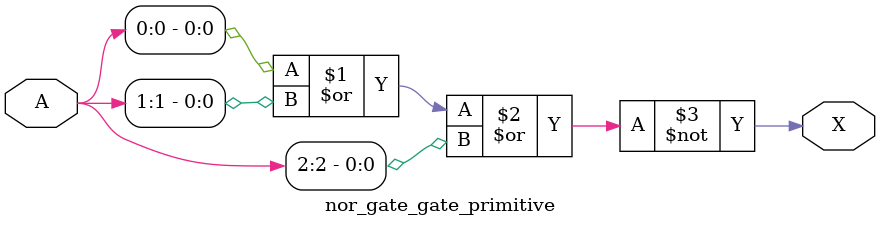
<source format=v>
module nor_gate_gate_primitive (A, X);

  input [2:0] A;
  output X;

  nor U0(X, A[0], A[1], A[2]);

endmodule

</source>
